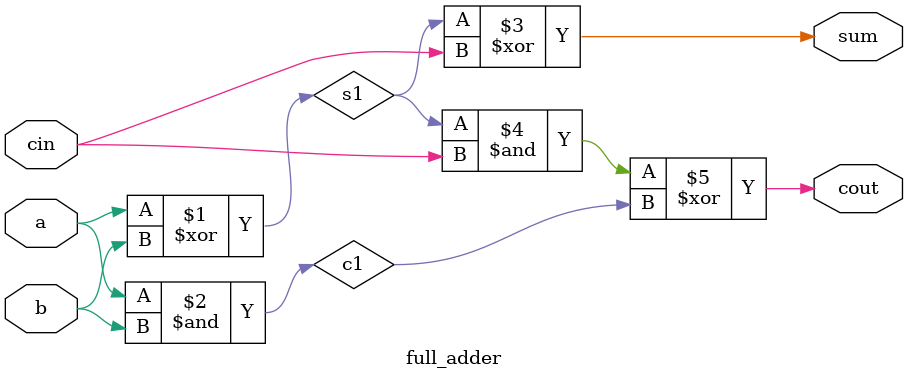
<source format=v>
module full_adder ( input a, input b, input cin,   output sum, output cout );
	wire s1, c1;
    assign s1 = a ^ b;
    assign c1 = a & b;
    assign sum = s1 ^ cin;
    assign cout = ((s1 & cin) ^ c1);

endmodule
</source>
